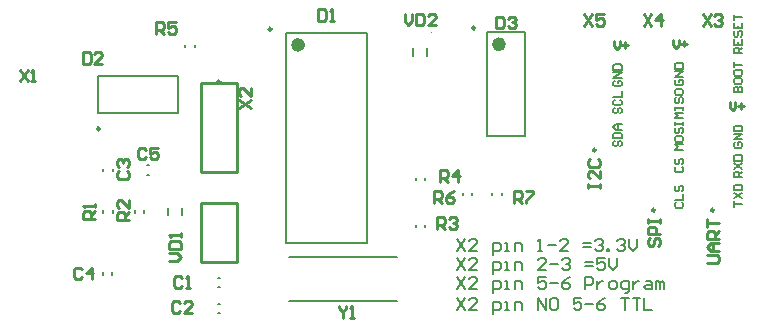
<source format=gto>
G04*
G04 #@! TF.GenerationSoftware,Altium Limited,Altium Designer,24.4.1 (13)*
G04*
G04 Layer_Color=65535*
%FSLAX44Y44*%
%MOMM*%
G71*
G04*
G04 #@! TF.SameCoordinates,2532A9CE-C595-4F9E-AB26-32F22B0E5C71*
G04*
G04*
G04 #@! TF.FilePolarity,Positive*
G04*
G01*
G75*
%ADD10C,0.2500*%
%ADD11C,0.6000*%
%ADD12C,0.2540*%
%ADD13C,0.1000*%
%ADD14C,0.2000*%
D10*
X237750Y255300D02*
G03*
X237750Y255300I-1250J0D01*
G01*
X410000Y256350D02*
G03*
X410000Y256350I-1250J0D01*
G01*
X92290Y170860D02*
G03*
X92290Y170860I-1250J0D01*
G01*
D11*
X263000Y242000D02*
G03*
X263000Y242000I-3000J0D01*
G01*
X433000Y242500D02*
G03*
X433000Y242500I-3000J0D01*
G01*
D12*
X562270Y102100D02*
G03*
X562270Y102100I-1270J0D01*
G01*
X194270Y210500D02*
G03*
X194270Y210500I-1270J0D01*
G01*
X612270Y102100D02*
G03*
X612270Y102100I-1270J0D01*
G01*
X512270Y152900D02*
G03*
X512270Y152900I-1270J0D01*
G01*
X178000Y58000D02*
X208000D01*
X178000Y108000D02*
X208000D01*
Y58000D02*
Y108000D01*
X178000Y58000D02*
Y108000D01*
Y134000D02*
X208000D01*
X178000Y210000D02*
X208000D01*
Y134000D02*
Y210000D01*
X178000Y134000D02*
Y210000D01*
X294335Y20998D02*
Y19332D01*
X297668Y16000D01*
X301000Y19332D01*
Y20998D01*
X297668Y16000D02*
Y11002D01*
X304332D02*
X307665D01*
X305998D01*
Y20998D01*
X304332Y19332D01*
X277335Y271998D02*
Y262002D01*
X282334D01*
X284000Y263668D01*
Y270332D01*
X282334Y271998D01*
X277335D01*
X287332Y262002D02*
X290665D01*
X288998D01*
Y271998D01*
X287332Y270332D01*
X625540Y193538D02*
Y188873D01*
X627873Y186540D01*
X630205Y188873D01*
Y193538D01*
X632538Y190039D02*
X637203D01*
X634870Y192372D02*
Y187706D01*
X577540Y246538D02*
Y241873D01*
X579873Y239540D01*
X582205Y241873D01*
Y246538D01*
X584538Y243039D02*
X589203D01*
X586870Y245371D02*
Y240706D01*
X527540Y245538D02*
Y240873D01*
X529873Y238540D01*
X532205Y240873D01*
Y245538D01*
X534538Y242039D02*
X539203D01*
X536870Y244371D02*
Y239706D01*
X505463Y120540D02*
Y123872D01*
Y122206D01*
X515460D01*
Y120540D01*
Y123872D01*
Y135535D02*
Y128871D01*
X508796Y135535D01*
X507129D01*
X505463Y133869D01*
Y130537D01*
X507129Y128871D01*
Y145532D02*
X505463Y143866D01*
Y140534D01*
X507129Y138867D01*
X513794D01*
X515460Y140534D01*
Y143866D01*
X513794Y145532D01*
X558129Y78204D02*
X556463Y76538D01*
Y73206D01*
X558129Y71540D01*
X559795D01*
X561462Y73206D01*
Y76538D01*
X563128Y78204D01*
X564794D01*
X566460Y76538D01*
Y73206D01*
X564794Y71540D01*
X566460Y81537D02*
X556463D01*
Y86535D01*
X558129Y88201D01*
X561462D01*
X563128Y86535D01*
Y81537D01*
X556463Y91533D02*
Y94866D01*
Y93200D01*
X566460D01*
Y91533D01*
Y94866D01*
X606463Y57540D02*
X614794D01*
X616460Y59206D01*
Y62538D01*
X614794Y64205D01*
X606463D01*
X616460Y67537D02*
X609795D01*
X606463Y70869D01*
X609795Y74201D01*
X616460D01*
X611462D01*
Y67537D01*
X616460Y77533D02*
X606463D01*
Y82532D01*
X608129Y84198D01*
X611462D01*
X613128Y82532D01*
Y77533D01*
Y80866D02*
X616460Y84198D01*
X606463Y87530D02*
Y94195D01*
Y90863D01*
X616460D01*
X552530Y268019D02*
X559194Y258022D01*
Y268019D02*
X552530Y258022D01*
X567525D02*
Y268019D01*
X562527Y263020D01*
X569191D01*
X502492Y268019D02*
X509156Y258022D01*
Y268019D02*
X502492Y258022D01*
X519153Y268019D02*
X512489D01*
Y263020D01*
X515821Y264687D01*
X517487D01*
X519153Y263020D01*
Y259688D01*
X517487Y258022D01*
X514155D01*
X512489Y259688D01*
X602568Y268019D02*
X609232Y258022D01*
Y268019D02*
X602568Y258022D01*
X612565Y266353D02*
X614231Y268019D01*
X617563D01*
X619229Y266353D01*
Y264687D01*
X617563Y263020D01*
X615897D01*
X617563D01*
X619229Y261354D01*
Y259688D01*
X617563Y258022D01*
X614231D01*
X612565Y259688D01*
X210002Y188669D02*
X219998Y195334D01*
X210002D02*
X219998Y188669D01*
Y205331D02*
Y198666D01*
X213334Y205331D01*
X211668D01*
X210002Y203664D01*
Y200332D01*
X211668Y198666D01*
X24335Y220998D02*
X31000Y211002D01*
Y220998D02*
X24335Y211002D01*
X34332D02*
X37664D01*
X35998D01*
Y220998D01*
X34332Y219332D01*
X350171Y268498D02*
Y261834D01*
X353503Y258502D01*
X356836Y261834D01*
Y268498D01*
X360168D02*
Y258502D01*
X365166D01*
X366832Y260168D01*
Y266832D01*
X365166Y268498D01*
X360168D01*
X376829Y258502D02*
X370164D01*
X376829Y265166D01*
Y266832D01*
X375163Y268498D01*
X371831D01*
X370164Y266832D01*
X151002Y59337D02*
X157666D01*
X160998Y62669D01*
X157666Y66002D01*
X151002D01*
Y69334D02*
X160998D01*
Y74332D01*
X159332Y75998D01*
X152668D01*
X151002Y74332D01*
Y69334D01*
X160998Y79331D02*
Y82663D01*
Y80997D01*
X151002D01*
X152668Y79331D01*
X442669Y108502D02*
Y118498D01*
X447668D01*
X449334Y116832D01*
Y113500D01*
X447668Y111834D01*
X442669D01*
X446002D02*
X449334Y108502D01*
X452666Y118498D02*
X459331D01*
Y116832D01*
X452666Y110168D01*
Y108502D01*
X375169D02*
Y118498D01*
X380168D01*
X381834Y116832D01*
Y113500D01*
X380168Y111834D01*
X375169D01*
X378502D02*
X381834Y108502D01*
X391831Y118498D02*
X388498Y116832D01*
X385166Y113500D01*
Y110168D01*
X386832Y108502D01*
X390164D01*
X391831Y110168D01*
Y111834D01*
X390164Y113500D01*
X385166D01*
X140169Y251002D02*
Y260998D01*
X145168D01*
X146834Y259332D01*
Y256000D01*
X145168Y254334D01*
X140169D01*
X143502D02*
X146834Y251002D01*
X156831Y260998D02*
X150166D01*
Y256000D01*
X153498Y257666D01*
X155164D01*
X156831Y256000D01*
Y252668D01*
X155164Y251002D01*
X151832D01*
X150166Y252668D01*
X380169Y126002D02*
Y135998D01*
X385168D01*
X386834Y134332D01*
Y131000D01*
X385168Y129334D01*
X380169D01*
X383502D02*
X386834Y126002D01*
X395164D02*
Y135998D01*
X390166Y131000D01*
X396831D01*
X377669Y86002D02*
Y95998D01*
X382668D01*
X384334Y94332D01*
Y91000D01*
X382668Y89334D01*
X377669D01*
X381002D02*
X384334Y86002D01*
X387666Y94332D02*
X389332Y95998D01*
X392664D01*
X394331Y94332D01*
Y92666D01*
X392664Y91000D01*
X390998D01*
X392664D01*
X394331Y89334D01*
Y87668D01*
X392664Y86002D01*
X389332D01*
X387666Y87668D01*
X116998Y93669D02*
X107002D01*
Y98668D01*
X108668Y100334D01*
X112000D01*
X113666Y98668D01*
Y93669D01*
Y97002D02*
X116998Y100334D01*
Y110331D02*
Y103666D01*
X110334Y110331D01*
X108668D01*
X107002Y108665D01*
Y105332D01*
X108668Y103666D01*
X87998Y94335D02*
X78002D01*
Y99334D01*
X79668Y101000D01*
X83000D01*
X84666Y99334D01*
Y94335D01*
Y97668D02*
X87998Y101000D01*
Y104332D02*
Y107664D01*
Y105998D01*
X78002D01*
X79668Y104332D01*
X427669Y265998D02*
Y256002D01*
X432668D01*
X434334Y257668D01*
Y264332D01*
X432668Y265998D01*
X427669D01*
X437666Y264332D02*
X439332Y265998D01*
X442664D01*
X444331Y264332D01*
Y262666D01*
X442664Y261000D01*
X440998D01*
X442664D01*
X444331Y259334D01*
Y257668D01*
X442664Y256002D01*
X439332D01*
X437666Y257668D01*
X77669Y235998D02*
Y226002D01*
X82668D01*
X84334Y227668D01*
Y234332D01*
X82668Y235998D01*
X77669D01*
X94331Y226002D02*
X87666D01*
X94331Y232666D01*
Y234332D01*
X92664Y235998D01*
X89332D01*
X87666Y234332D01*
X131334Y153332D02*
X129668Y154998D01*
X126335D01*
X124669Y153332D01*
Y146668D01*
X126335Y145002D01*
X129668D01*
X131334Y146668D01*
X141331Y154998D02*
X134666D01*
Y150000D01*
X137998Y151666D01*
X139664D01*
X141331Y150000D01*
Y146668D01*
X139664Y145002D01*
X136332D01*
X134666Y146668D01*
X76834Y51832D02*
X75168Y53498D01*
X71835D01*
X70169Y51832D01*
Y45168D01*
X71835Y43502D01*
X75168D01*
X76834Y45168D01*
X85164Y43502D02*
Y53498D01*
X80166Y48500D01*
X86831D01*
X108668Y135334D02*
X107002Y133668D01*
Y130336D01*
X108668Y128669D01*
X115332D01*
X116998Y130336D01*
Y133668D01*
X115332Y135334D01*
X108668Y138666D02*
X107002Y140332D01*
Y143665D01*
X108668Y145331D01*
X110334D01*
X112000Y143665D01*
Y141998D01*
Y143665D01*
X113666Y145331D01*
X115332D01*
X116998Y143665D01*
Y140332D01*
X115332Y138666D01*
X160334Y23332D02*
X158668Y24998D01*
X155336D01*
X153669Y23332D01*
Y16668D01*
X155336Y15002D01*
X158668D01*
X160334Y16668D01*
X170331Y15002D02*
X163666D01*
X170331Y21666D01*
Y23332D01*
X168664Y24998D01*
X165332D01*
X163666Y23332D01*
X162000Y44332D02*
X160334Y45998D01*
X157002D01*
X155336Y44332D01*
Y37668D01*
X157002Y36002D01*
X160334D01*
X162000Y37668D01*
X165332Y36002D02*
X168664D01*
X166998D01*
Y45998D01*
X165332Y44332D01*
D13*
X373121Y252371D02*
G03*
X373121Y252371I-500J0D01*
G01*
X147379Y84629D02*
G03*
X147379Y84629I-500J0D01*
G01*
D14*
X252000Y25250D02*
X344000D01*
X252000Y62750D02*
X344000D01*
X250000Y74000D02*
Y252000D01*
X318000Y74000D02*
Y252000D01*
X250000D02*
X318000D01*
X250000Y74000D02*
X318000D01*
X424500Y115000D02*
Y117000D01*
X432500Y115000D02*
Y117000D01*
X399500Y115000D02*
Y117000D01*
X407500Y115000D02*
Y117000D01*
X357500Y233000D02*
Y239000D01*
X369500Y233000D02*
Y239000D01*
X420000Y164500D02*
Y252500D01*
X452000Y164500D02*
Y252500D01*
X420000D02*
X452000D01*
X420000Y164500D02*
X452000D01*
X359500Y87500D02*
Y89500D01*
X367500Y87500D02*
Y89500D01*
X164500Y240000D02*
Y242000D01*
X172500Y240000D02*
Y242000D01*
X94500Y47500D02*
Y49500D01*
X102500Y47500D02*
Y49500D01*
X367500Y127500D02*
Y129500D01*
X359500Y127500D02*
Y129500D01*
X192000Y15000D02*
X194000D01*
X192000Y23000D02*
X194000D01*
X192000Y37000D02*
X194000D01*
X192000Y45000D02*
X194000D01*
X91040Y184610D02*
X158040D01*
X91040Y215610D02*
X158040D01*
X91040Y184610D02*
Y215610D01*
X158040Y184610D02*
Y215610D01*
X150000Y98000D02*
Y104000D01*
X162000Y98000D02*
Y104000D01*
X132000Y140000D02*
X134000D01*
X132000Y132000D02*
X134000D01*
X95000Y100000D02*
Y102000D01*
X103000Y100000D02*
Y102000D01*
X122000Y100000D02*
Y102000D01*
X130000Y100000D02*
Y102000D01*
X103000Y135000D02*
Y137000D01*
X95000Y135000D02*
Y137000D01*
X395000Y27329D02*
X401665Y17332D01*
Y27329D02*
X395000Y17332D01*
X411661D02*
X404997D01*
X411661Y23997D01*
Y25663D01*
X409995Y27329D01*
X406663D01*
X404997Y25663D01*
X424990Y14000D02*
Y23997D01*
X429989D01*
X431655Y22331D01*
Y18998D01*
X429989Y17332D01*
X424990D01*
X434987D02*
X438319D01*
X436653D01*
Y23997D01*
X434987D01*
X443318Y17332D02*
Y23997D01*
X448316D01*
X449982Y22331D01*
Y17332D01*
X463311D02*
Y27329D01*
X469976Y17332D01*
Y27329D01*
X478307D02*
X474974D01*
X473308Y25663D01*
Y18998D01*
X474974Y17332D01*
X478307D01*
X479973Y18998D01*
Y25663D01*
X478307Y27329D01*
X499966D02*
X493302D01*
Y22331D01*
X496634Y23997D01*
X498300D01*
X499966Y22331D01*
Y18998D01*
X498300Y17332D01*
X494968D01*
X493302Y18998D01*
X503298Y22331D02*
X509963D01*
X519960Y27329D02*
X516628Y25663D01*
X513295Y22331D01*
Y18998D01*
X514961Y17332D01*
X518294D01*
X519960Y18998D01*
Y20665D01*
X518294Y22331D01*
X513295D01*
X533289Y27329D02*
X539953D01*
X536621D01*
Y17332D01*
X543286Y27329D02*
X549950D01*
X546618D01*
Y17332D01*
X553282Y27329D02*
Y17332D01*
X559947D01*
X395000Y45329D02*
X401665Y35332D01*
Y45329D02*
X395000Y35332D01*
X411661D02*
X404997D01*
X411661Y41997D01*
Y43663D01*
X409995Y45329D01*
X406663D01*
X404997Y43663D01*
X424990Y32000D02*
Y41997D01*
X429989D01*
X431655Y40331D01*
Y36998D01*
X429989Y35332D01*
X424990D01*
X434987D02*
X438319D01*
X436653D01*
Y41997D01*
X434987D01*
X443318Y35332D02*
Y41997D01*
X448316D01*
X449982Y40331D01*
Y35332D01*
X469976Y45329D02*
X463311D01*
Y40331D01*
X466644Y41997D01*
X468310D01*
X469976Y40331D01*
Y36998D01*
X468310Y35332D01*
X464977D01*
X463311Y36998D01*
X473308Y40331D02*
X479973D01*
X489969Y45329D02*
X486637Y43663D01*
X483305Y40331D01*
Y36998D01*
X484971Y35332D01*
X488303D01*
X489969Y36998D01*
Y38665D01*
X488303Y40331D01*
X483305D01*
X503298Y35332D02*
Y45329D01*
X508297D01*
X509963Y43663D01*
Y40331D01*
X508297Y38665D01*
X503298D01*
X513295Y41997D02*
Y35332D01*
Y38665D01*
X514961Y40331D01*
X516628Y41997D01*
X518294D01*
X524958Y35332D02*
X528290D01*
X529957Y36998D01*
Y40331D01*
X528290Y41997D01*
X524958D01*
X523292Y40331D01*
Y36998D01*
X524958Y35332D01*
X536621Y32000D02*
X538287D01*
X539953Y33666D01*
Y41997D01*
X534955D01*
X533289Y40331D01*
Y36998D01*
X534955Y35332D01*
X539953D01*
X543286Y41997D02*
Y35332D01*
Y38665D01*
X544952Y40331D01*
X546618Y41997D01*
X548284D01*
X554949D02*
X558281D01*
X559947Y40331D01*
Y35332D01*
X554949D01*
X553282Y36998D01*
X554949Y38665D01*
X559947D01*
X563279Y35332D02*
Y41997D01*
X564945D01*
X566611Y40331D01*
Y35332D01*
Y40331D01*
X568278Y41997D01*
X569944Y40331D01*
Y35332D01*
X395000Y61329D02*
X401665Y51332D01*
Y61329D02*
X395000Y51332D01*
X411661D02*
X404997D01*
X411661Y57997D01*
Y59663D01*
X409995Y61329D01*
X406663D01*
X404997Y59663D01*
X424990Y48000D02*
Y57997D01*
X429989D01*
X431655Y56331D01*
Y52998D01*
X429989Y51332D01*
X424990D01*
X434987D02*
X438319D01*
X436653D01*
Y57997D01*
X434987D01*
X443318Y51332D02*
Y57997D01*
X448316D01*
X449982Y56331D01*
Y51332D01*
X469976D02*
X463311D01*
X469976Y57997D01*
Y59663D01*
X468310Y61329D01*
X464977D01*
X463311Y59663D01*
X473308Y56331D02*
X479973D01*
X483305Y59663D02*
X484971Y61329D01*
X488303D01*
X489969Y59663D01*
Y57997D01*
X488303Y56331D01*
X486637D01*
X488303D01*
X489969Y54665D01*
Y52998D01*
X488303Y51332D01*
X484971D01*
X483305Y52998D01*
X503298Y54665D02*
X509963D01*
X503298Y57997D02*
X509963D01*
X519960Y61329D02*
X513295D01*
Y56331D01*
X516628Y57997D01*
X518294D01*
X519960Y56331D01*
Y52998D01*
X518294Y51332D01*
X514961D01*
X513295Y52998D01*
X523292Y61329D02*
Y54665D01*
X526624Y51332D01*
X529957Y54665D01*
Y61329D01*
X395000Y77329D02*
X401665Y67332D01*
Y77329D02*
X395000Y67332D01*
X411661D02*
X404997D01*
X411661Y73997D01*
Y75663D01*
X409995Y77329D01*
X406663D01*
X404997Y75663D01*
X424990Y64000D02*
Y73997D01*
X429989D01*
X431655Y72331D01*
Y68998D01*
X429989Y67332D01*
X424990D01*
X434987D02*
X438319D01*
X436653D01*
Y73997D01*
X434987D01*
X443318Y67332D02*
Y73997D01*
X448316D01*
X449982Y72331D01*
Y67332D01*
X463311D02*
X466644D01*
X464977D01*
Y77329D01*
X463311Y75663D01*
X471642Y72331D02*
X478307D01*
X488303Y67332D02*
X481639D01*
X488303Y73997D01*
Y75663D01*
X486637Y77329D01*
X483305D01*
X481639Y75663D01*
X501632Y70665D02*
X508297D01*
X501632Y73997D02*
X508297D01*
X511629Y75663D02*
X513295Y77329D01*
X516628D01*
X518294Y75663D01*
Y73997D01*
X516628Y72331D01*
X514961D01*
X516628D01*
X518294Y70665D01*
Y68998D01*
X516628Y67332D01*
X513295D01*
X511629Y68998D01*
X521626Y67332D02*
Y68998D01*
X523292D01*
Y67332D01*
X521626D01*
X529957Y75663D02*
X531623Y77329D01*
X534955D01*
X536621Y75663D01*
Y73997D01*
X534955Y72331D01*
X533289D01*
X534955D01*
X536621Y70665D01*
Y68998D01*
X534955Y67332D01*
X531623D01*
X529957Y68998D01*
X539953Y77329D02*
Y70665D01*
X543285Y67332D01*
X546618Y70665D01*
Y77329D01*
X629002Y105000D02*
Y109665D01*
Y107333D01*
X636000D01*
X629002Y111998D02*
X636000Y116663D01*
X629002D02*
X636000Y111998D01*
X629002Y118996D02*
X636000D01*
Y122494D01*
X634834Y123661D01*
X630168D01*
X629002Y122494D01*
Y118996D01*
X636000Y130000D02*
X629002D01*
Y133499D01*
X630168Y134665D01*
X632501D01*
X633667Y133499D01*
Y130000D01*
Y132333D02*
X636000Y134665D01*
X629002Y136998D02*
X636000Y141663D01*
X629002D02*
X636000Y136998D01*
X629002Y143996D02*
X636000D01*
Y147494D01*
X634834Y148661D01*
X630168D01*
X629002Y147494D01*
Y143996D01*
X636000Y235000D02*
X629002D01*
Y238499D01*
X630168Y239665D01*
X632501D01*
X633667Y238499D01*
Y235000D01*
Y237333D02*
X636000Y239665D01*
X629002Y246663D02*
Y241998D01*
X636000D01*
Y246663D01*
X632501Y241998D02*
Y244330D01*
X630168Y253661D02*
X629002Y252494D01*
Y250162D01*
X630168Y248995D01*
X631335D01*
X632501Y250162D01*
Y252494D01*
X633667Y253661D01*
X634834D01*
X636000Y252494D01*
Y250162D01*
X634834Y248995D01*
X629002Y260658D02*
Y255993D01*
X636000D01*
Y260658D01*
X632501Y255993D02*
Y258326D01*
X629002Y262991D02*
Y267656D01*
Y265324D01*
X636000D01*
X629002Y202000D02*
X636000D01*
Y205499D01*
X634834Y206665D01*
X633667D01*
X632501Y205499D01*
Y202000D01*
Y205499D01*
X631335Y206665D01*
X630168D01*
X629002Y205499D01*
Y202000D01*
Y212497D02*
Y210164D01*
X630168Y208998D01*
X634834D01*
X636000Y210164D01*
Y212497D01*
X634834Y213663D01*
X630168D01*
X629002Y212497D01*
Y219494D02*
Y217162D01*
X630168Y215996D01*
X634834D01*
X636000Y217162D01*
Y219494D01*
X634834Y220661D01*
X630168D01*
X629002Y219494D01*
Y222993D02*
Y227658D01*
Y225326D01*
X636000D01*
X580168Y108665D02*
X579002Y107499D01*
Y105166D01*
X580168Y104000D01*
X584834D01*
X586000Y105166D01*
Y107499D01*
X584834Y108665D01*
X579002Y110998D02*
X586000D01*
Y115663D01*
X580168Y122661D02*
X579002Y121494D01*
Y119162D01*
X580168Y117996D01*
X581335D01*
X582501Y119162D01*
Y121494D01*
X583667Y122661D01*
X584834D01*
X586000Y121494D01*
Y119162D01*
X584834Y117996D01*
X580168Y138665D02*
X579002Y137499D01*
Y135166D01*
X580168Y134000D01*
X584834D01*
X586000Y135166D01*
Y137499D01*
X584834Y138665D01*
X580168Y145663D02*
X579002Y144497D01*
Y142164D01*
X580168Y140998D01*
X581335D01*
X582501Y142164D01*
Y144497D01*
X583667Y145663D01*
X584834D01*
X586000Y144497D01*
Y142164D01*
X584834Y140998D01*
X586000Y153000D02*
X579002D01*
X581335Y155333D01*
X579002Y157665D01*
X586000D01*
X579002Y163497D02*
Y161164D01*
X580168Y159998D01*
X584834D01*
X586000Y161164D01*
Y163497D01*
X584834Y164663D01*
X580168D01*
X579002Y163497D01*
X580168Y171661D02*
X579002Y170494D01*
Y168162D01*
X580168Y166996D01*
X581335D01*
X582501Y168162D01*
Y170494D01*
X583667Y171661D01*
X584834D01*
X586000Y170494D01*
Y168162D01*
X584834Y166996D01*
X579002Y173993D02*
Y176326D01*
Y175159D01*
X586000D01*
Y173993D01*
Y176326D01*
X586000Y180000D02*
X579002D01*
X581335Y182333D01*
X579002Y184665D01*
X586000D01*
X579002Y186998D02*
Y189330D01*
Y188164D01*
X586000D01*
Y186998D01*
Y189330D01*
X580168Y197494D02*
X579002Y196328D01*
Y193995D01*
X580168Y192829D01*
X581335D01*
X582501Y193995D01*
Y196328D01*
X583667Y197494D01*
X584834D01*
X586000Y196328D01*
Y193995D01*
X584834Y192829D01*
X579002Y203326D02*
Y200993D01*
X580168Y199827D01*
X584834D01*
X586000Y200993D01*
Y203326D01*
X584834Y204492D01*
X580168D01*
X579002Y203326D01*
X528168Y160665D02*
X527002Y159499D01*
Y157166D01*
X528168Y156000D01*
X529335D01*
X530501Y157166D01*
Y159499D01*
X531667Y160665D01*
X532834D01*
X534000Y159499D01*
Y157166D01*
X532834Y156000D01*
X527002Y162998D02*
X534000D01*
Y166497D01*
X532834Y167663D01*
X528168D01*
X527002Y166497D01*
Y162998D01*
X534000Y169995D02*
X529335D01*
X527002Y172328D01*
X529335Y174661D01*
X534000D01*
X530501D01*
Y169995D01*
X528168Y188665D02*
X527002Y187499D01*
Y185166D01*
X528168Y184000D01*
X529335D01*
X530501Y185166D01*
Y187499D01*
X531667Y188665D01*
X532834D01*
X534000Y187499D01*
Y185166D01*
X532834Y184000D01*
X528168Y195663D02*
X527002Y194497D01*
Y192164D01*
X528168Y190998D01*
X532834D01*
X534000Y192164D01*
Y194497D01*
X532834Y195663D01*
X527002Y197995D02*
X534000D01*
Y202661D01*
X528168Y211665D02*
X527002Y210499D01*
Y208166D01*
X528168Y207000D01*
X532834D01*
X534000Y208166D01*
Y210499D01*
X532834Y211665D01*
X530501D01*
Y209333D01*
X534000Y213998D02*
X527002D01*
X534000Y218663D01*
X527002D01*
Y220996D02*
X534000D01*
Y224494D01*
X532834Y225661D01*
X528168D01*
X527002Y224494D01*
Y220996D01*
X580168Y212665D02*
X579002Y211499D01*
Y209166D01*
X580168Y208000D01*
X584834D01*
X586000Y209166D01*
Y211499D01*
X584834Y212665D01*
X582501D01*
Y210333D01*
X586000Y214998D02*
X579002D01*
X586000Y219663D01*
X579002D01*
Y221996D02*
X586000D01*
Y225494D01*
X584834Y226661D01*
X580168D01*
X579002Y225494D01*
Y221996D01*
X630168Y159665D02*
X629002Y158499D01*
Y156166D01*
X630168Y155000D01*
X634834D01*
X636000Y156166D01*
Y158499D01*
X634834Y159665D01*
X632501D01*
Y157333D01*
X636000Y161998D02*
X629002D01*
X636000Y166663D01*
X629002D01*
Y168995D02*
X636000D01*
Y172494D01*
X634834Y173661D01*
X630168D01*
X629002Y172494D01*
Y168995D01*
M02*

</source>
